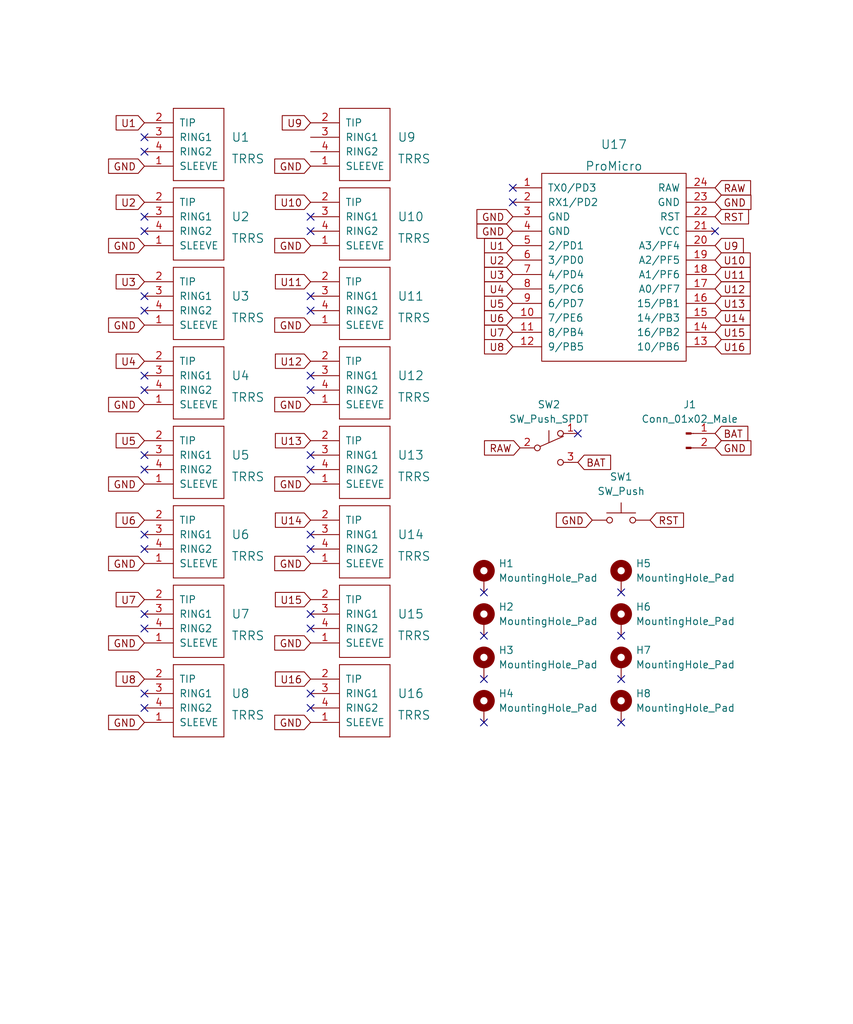
<source format=kicad_sch>
(kicad_sch (version 20211123) (generator eeschema)
  (paper "User" 150.012 180.01)
  (title_block (title "PedalPal") (date "2022-06-22") (rev "1.0") (company "BeiBob"))
  (lib_symbols
    (symbol "Connector:Conn_01x02_Male" (pin_names (offset 1.016) hide)
      (property "Reference" "J" (at 0 2.54 0))
      (property "Value" "Conn_01x02_Male" (at 0 -5.08 0))
      (symbol "Conn_01x02_Male_1_1"
        (polyline (pts (xy 1.27 -2.54) (xy 0.8636 -2.54)) (stroke (width 0.1524)))
        (polyline (pts (xy 1.27 0) (xy 0.8636 0)) (stroke (width 0.1524)))
        (rectangle (start 0.8636 -2.413) (end 0 -2.667) (stroke (width 0.1524)) (fill (type outline)))
        (rectangle (start 0.8636 0.127) (end 0 -0.127) (stroke (width 0.1524)) (fill (type outline)))
        (pin passive line (at 5.08 0 180) (length 3.81) (name "Pin_1") (number "1"))
        (pin passive line (at 5.08 -2.54 180) (length 3.81) (name "Pin_2") (number "2"))
      )
    )
    (symbol "Keebio:ProMicro" (pin_names (offset 1.016))
      (property "Reference" "U" (at 0 0 0))
      (property "Value" "ProMicro" (at 0 -19.05 0))
      (symbol "ProMicro_0_1"
        (rectangle (start -12.7 -16.51) (end 12.7 16.51))
      )
      (symbol "ProMicro_1_1"
        (pin input line (at -17.78 13.97 0) (length 5.08) (name "TX0/PD3") (number "1"))
        (pin input line (at -17.78 -8.89 0) (length 5.08) (name "7/PE6") (number "10"))
        (pin input line (at -17.78 -11.43 0) (length 5.08) (name "8/PB4") (number "11"))
        (pin input line (at -17.78 -13.97 0) (length 5.08) (name "9/PB5") (number "12"))
        (pin input line (at 17.78 -13.97 180) (length 5.08) (name "10/PB6") (number "13"))
        (pin input line (at 17.78 -11.43 180) (length 5.08) (name "16/PB2") (number "14"))
        (pin input line (at 17.78 -8.89 180) (length 5.08) (name "14/PB3") (number "15"))
        (pin input line (at 17.78 -6.35 180) (length 5.08) (name "15/PB1") (number "16"))
        (pin input line (at 17.78 -3.81 180) (length 5.08) (name "A0/PF7") (number "17"))
        (pin input line (at 17.78 -1.27 180) (length 5.08) (name "A1/PF6") (number "18"))
        (pin input line (at 17.78 1.27 180) (length 5.08) (name "A2/PF5") (number "19"))
        (pin input line (at -17.78 11.43 0) (length 5.08) (name "RX1/PD2") (number "2"))
        (pin input line (at 17.78 3.81 180) (length 5.08) (name "A3/PF4") (number "20"))
        (pin input line (at 17.78 6.35 180) (length 5.08) (name "VCC") (number "21"))
        (pin input line (at 17.78 8.89 180) (length 5.08) (name "RST") (number "22"))
        (pin input line (at 17.78 11.43 180) (length 5.08) (name "GND") (number "23"))
        (pin input line (at 17.78 13.97 180) (length 5.08) (name "RAW") (number "24"))
        (pin input line (at -17.78 8.89 0) (length 5.08) (name "GND") (number "3"))
        (pin input line (at -17.78 6.35 0) (length 5.08) (name "GND") (number "4"))
        (pin input line (at -17.78 3.81 0) (length 5.08) (name "2/PD1") (number "5"))
        (pin input line (at -17.78 1.27 0) (length 5.08) (name "3/PD0") (number "6"))
        (pin input line (at -17.78 -1.27 0) (length 5.08) (name "4/PD4") (number "7"))
        (pin input line (at -17.78 -3.81 0) (length 5.08) (name "5/PC6") (number "8"))
        (pin input line (at -17.78 -6.35 0) (length 5.08) (name "6/PD7") (number "9"))
      )
    )
    (symbol "Keebio:TRRS" (pin_names (offset 1.016))
      (property "Reference" "U" (at 0 15.24 0))
      (property "Value" "TRRS" (at 0 -2.54 0))
      (symbol "TRRS_0_1"
        (rectangle (start -3.81 0) (end -3.81 12.7))
        (rectangle (start -3.81 12.7) (end 5.08 12.7))
        (rectangle (start 5.08 0) (end -3.81 0))
        (rectangle (start 5.08 12.7) (end 5.08 0))
      )
      (symbol "TRRS_1_1"
        (pin input line (at -8.89 2.54 0) (length 5.08) (name "SLEEVE") (number "1"))
        (pin input line (at -8.89 10.16 0) (length 5.08) (name "TIP") (number "2"))
        (pin input line (at -8.89 7.62 0) (length 5.08) (name "RING1") (number "3"))
        (pin input line (at -8.89 5.08 0) (length 5.08) (name "RING2") (number "4"))
      )
    )
    (symbol "Mechanical:MountingHole_Pad" (pin_numbers hide) (pin_names (offset 1.016) hide)
      (property "Reference" "H" (at 0 6.35 0))
      (property "Value" "MountingHole_Pad" (at 0 4.445 0))
      (symbol "MountingHole_Pad_0_1"
        (circle (center 0 1.27) (radius 1.27) (stroke (width 1.27)))
      )
      (symbol "MountingHole_Pad_1_1"
        (pin input line (at 0 -2.54 90) (length 2.54) (name "1") (number "1"))
      )
    )
    (symbol "Switch:SW_Push" (pin_numbers hide) (pin_names (offset 1.016) hide)
      (property "Reference" "SW" (at 1.27 2.54 0))
      (property "Value" "SW_Push" (at 0 -1.524 0))
      (symbol "SW_Push_0_1"
        (circle (center -2.032 0) (radius 0.508))
        (polyline (pts (xy 0 1.27) (xy 0 3.048)))
        (polyline (pts (xy 2.54 1.27) (xy -2.54 1.27)))
        (circle (center 2.032 0) (radius 0.508))
        (pin passive line (at -5.08 0 0) (length 2.54) (name "1") (number "1"))
        (pin passive line (at 5.08 0 180) (length 2.54) (name "2") (number "2"))
      )
    )
    (symbol "Switch:SW_Push_SPDT" (pin_names (offset 0) hide)
      (property "Reference" "SW" (at 0 4.318 0))
      (property "Value" "SW_Push_SPDT" (at 0 -5.08 0))
      (symbol "SW_Push_SPDT_0_0"
        (circle (center -2.032 0) (radius 0.508))
        (polyline (pts (xy 0 1.016) (xy 0 3.048)))
        (circle (center 2.032 -2.54) (radius 0.508))
      )
      (symbol "SW_Push_SPDT_0_1"
        (polyline (pts (xy -1.524 0.254) (xy 2.54 2.032)))
        (circle (center 2.032 2.54) (radius 0.508))
      )
      (symbol "SW_Push_SPDT_1_1"
        (pin passive line (at 5.08 2.54 180) (length 2.54) (name "A") (number "1"))
        (pin passive line (at -5.08 0 0) (length 2.54) (name "B") (number "2"))
        (pin passive line (at 5.08 -2.54 180) (length 2.54) (name "C") (number "3"))
      )
    )
  )
  (no_connect (at 85.09 111.76))
  (no_connect (at 85.09 104.14))
  (no_connect (at 85.09 127))
  (no_connect (at 85.09 119.38))
  (no_connect (at 109.22 119.38))
  (no_connect (at 109.22 127))
  (no_connect (at 109.22 104.14))
  (no_connect (at 109.22 111.76))
  (no_connect (at 25.4 93.98))
  (no_connect (at 25.4 96.52))
  (no_connect (at 54.61 121.92))
  (no_connect (at 54.61 124.46))
  (no_connect (at 54.61 93.98))
  (no_connect (at 54.61 96.52))
  (no_connect (at 25.4 124.46))
  (no_connect (at 25.4 121.92))
  (no_connect (at 54.61 107.95))
  (no_connect (at 54.61 110.49))
  (no_connect (at 25.4 107.95))
  (no_connect (at 25.4 110.49))
  (no_connect (at 25.4 66.04))
  (no_connect (at 25.4 68.58))
  (no_connect (at 25.4 52.07))
  (no_connect (at 25.4 54.61))
  (no_connect (at 54.61 38.1))
  (no_connect (at 54.61 40.64))
  (no_connect (at 54.61 52.07))
  (no_connect (at 54.61 54.61))
  (no_connect (at 54.61 66.04))
  (no_connect (at 54.61 68.58))
  (no_connect (at 54.61 80.01))
  (no_connect (at 54.61 82.55))
  (no_connect (at 25.4 38.1))
  (no_connect (at 25.4 40.64))
  (no_connect (at 25.4 80.01))
  (no_connect (at 25.4 82.55))
  (no_connect (at 25.4 24.13))
  (no_connect (at 25.4 26.67))
  (no_connect (at 90.17 35.56))
  (no_connect (at 90.17 33.02))
  (no_connect (at 125.73 40.64))
  (no_connect (at 101.6 76.2))
  (global_label "U7" (shape input) (at 90.17 58.42 180) (property "Intersheet References" "${INTERSHEET_REFS}" (effects hide)))
  (global_label "GND" (shape input) (at 90.17 40.64 180) (property "Intersheet References" "${INTERSHEET_REFS}" (effects hide)))
  (global_label "U15" (shape input) (at 125.73 58.42 0) (property "Intersheet References" "${INTERSHEET_REFS}" (effects hide)))
  (global_label "U8" (shape input) (at 25.4 119.38 180) (property "Intersheet References" "${INTERSHEET_REFS}" (effects hide)))
  (global_label "GND" (shape input) (at 25.4 71.12 180) (property "Intersheet References" "${INTERSHEET_REFS}" (effects hide)))
  (global_label "GND" (shape input) (at 54.61 85.09 180) (property "Intersheet References" "${INTERSHEET_REFS}" (effects hide)))
  (global_label "U3" (shape input) (at 90.17 48.26 180) (property "Intersheet References" "${INTERSHEET_REFS}" (effects hide)))
  (global_label "GND" (shape input) (at 25.4 29.21 180) (property "Intersheet References" "${INTERSHEET_REFS}" (effects hide)))
  (global_label "U10" (shape input) (at 125.73 45.72 0) (property "Intersheet References" "${INTERSHEET_REFS}" (effects hide)))
  (global_label "GND" (shape input) (at 54.61 127 180) (property "Intersheet References" "${INTERSHEET_REFS}" (effects hide)))
  (global_label "U8" (shape input) (at 90.17 60.96 180) (property "Intersheet References" "${INTERSHEET_REFS}" (effects hide)))
  (global_label "U6" (shape input) (at 25.4 91.44 180) (property "Intersheet References" "${INTERSHEET_REFS}" (effects hide)))
  (global_label "U11" (shape input) (at 125.73 48.26 0) (property "Intersheet References" "${INTERSHEET_REFS}" (effects hide)))
  (global_label "GND" (shape input) (at 90.17 38.1 180) (property "Intersheet References" "${INTERSHEET_REFS}" (effects hide)))
  (global_label "GND" (shape input) (at 104.14 91.44 180) (property "Intersheet References" "${INTERSHEET_REFS}" (effects hide)))
  (global_label "U15" (shape input) (at 54.61 105.41 180) (property "Intersheet References" "${INTERSHEET_REFS}" (effects hide)))
  (global_label "U14" (shape input) (at 125.73 55.88 0) (property "Intersheet References" "${INTERSHEET_REFS}" (effects hide)))
  (global_label "U13" (shape input) (at 125.73 53.34 0) (property "Intersheet References" "${INTERSHEET_REFS}" (effects hide)))
  (global_label "GND" (shape input) (at 54.61 113.03 180) (property "Intersheet References" "${INTERSHEET_REFS}" (effects hide)))
  (global_label "U9" (shape input) (at 54.61 21.59 180) (property "Intersheet References" "${INTERSHEET_REFS}" (effects hide)))
  (global_label "U12" (shape input) (at 125.73 50.8 0) (property "Intersheet References" "${INTERSHEET_REFS}" (effects hide)))
  (global_label "RAW" (shape input) (at 91.44 78.74 180) (property "Intersheet References" "${INTERSHEET_REFS}" (effects hide)))
  (global_label "RST" (shape input) (at 114.3 91.44 0) (property "Intersheet References" "${INTERSHEET_REFS}" (effects hide)))
  (global_label "GND" (shape input) (at 54.61 57.15 180) (property "Intersheet References" "${INTERSHEET_REFS}" (effects hide)))
  (global_label "U2" (shape input) (at 25.4 35.56 180) (property "Intersheet References" "${INTERSHEET_REFS}" (effects hide)))
  (global_label "U5" (shape input) (at 90.17 53.34 180) (property "Intersheet References" "${INTERSHEET_REFS}" (effects hide)))
  (global_label "U9" (shape input) (at 125.73 43.18 0) (property "Intersheet References" "${INTERSHEET_REFS}" (effects hide)))
  (global_label "GND" (shape input) (at 54.61 29.21 180) (property "Intersheet References" "${INTERSHEET_REFS}" (effects hide)))
  (global_label "U4" (shape input) (at 25.4 63.5 180) (property "Intersheet References" "${INTERSHEET_REFS}" (effects hide)))
  (global_label "GND" (shape input) (at 25.4 57.15 180) (property "Intersheet References" "${INTERSHEET_REFS}" (effects hide)))
  (global_label "GND" (shape input) (at 54.61 99.06 180) (property "Intersheet References" "${INTERSHEET_REFS}" (effects hide)))
  (global_label "BAT" (shape input) (at 125.73 76.2 0) (property "Intersheet References" "${INTERSHEET_REFS}" (effects hide)))
  (global_label "GND" (shape input) (at 54.61 43.18 180) (property "Intersheet References" "${INTERSHEET_REFS}" (effects hide)))
  (global_label "BAT" (shape input) (at 101.6 81.28 0) (property "Intersheet References" "${INTERSHEET_REFS}" (effects hide)))
  (global_label "RST" (shape input) (at 125.73 38.1 0) (property "Intersheet References" "${INTERSHEET_REFS}" (effects hide)))
  (global_label "U10" (shape input) (at 54.61 35.56 180) (property "Intersheet References" "${INTERSHEET_REFS}" (effects hide)))
  (global_label "RAW" (shape input) (at 125.73 33.02 0) (property "Intersheet References" "${INTERSHEET_REFS}" (effects hide)))
  (global_label "U6" (shape input) (at 90.17 55.88 180) (property "Intersheet References" "${INTERSHEET_REFS}" (effects hide)))
  (global_label "U14" (shape input) (at 54.61 91.44 180) (property "Intersheet References" "${INTERSHEET_REFS}" (effects hide)))
  (global_label "GND" (shape input) (at 25.4 127 180) (property "Intersheet References" "${INTERSHEET_REFS}" (effects hide)))
  (global_label "U1" (shape input) (at 90.17 43.18 180) (property "Intersheet References" "${INTERSHEET_REFS}" (effects hide)))
  (global_label "U13" (shape input) (at 54.61 77.47 180) (property "Intersheet References" "${INTERSHEET_REFS}" (effects hide)))
  (global_label "U4" (shape input) (at 90.17 50.8 180) (property "Intersheet References" "${INTERSHEET_REFS}" (effects hide)))
  (global_label "U2" (shape input) (at 90.17 45.72 180) (property "Intersheet References" "${INTERSHEET_REFS}" (effects hide)))
  (global_label "U7" (shape input) (at 25.4 105.41 180) (property "Intersheet References" "${INTERSHEET_REFS}" (effects hide)))
  (global_label "GND" (shape input) (at 54.61 71.12 180) (property "Intersheet References" "${INTERSHEET_REFS}" (effects hide)))
  (global_label "U12" (shape input) (at 54.61 63.5 180) (property "Intersheet References" "${INTERSHEET_REFS}" (effects hide)))
  (global_label "U3" (shape input) (at 25.4 49.53 180) (property "Intersheet References" "${INTERSHEET_REFS}" (effects hide)))
  (global_label "U1" (shape input) (at 25.4 21.59 180) (property "Intersheet References" "${INTERSHEET_REFS}" (effects hide)))
  (global_label "GND" (shape input) (at 25.4 99.06 180) (property "Intersheet References" "${INTERSHEET_REFS}" (effects hide)))
  (global_label "GND" (shape input) (at 25.4 85.09 180) (property "Intersheet References" "${INTERSHEET_REFS}" (effects hide)))
  (global_label "U16" (shape input) (at 125.73 60.96 0) (property "Intersheet References" "${INTERSHEET_REFS}" (effects hide)))
  (global_label "U16" (shape input) (at 54.61 119.38 180) (property "Intersheet References" "${INTERSHEET_REFS}" (effects hide)))
  (global_label "GND" (shape input) (at 125.73 78.74 0) (property "Intersheet References" "${INTERSHEET_REFS}" (effects hide)))
  (global_label "U5" (shape input) (at 25.4 77.47 180) (property "Intersheet References" "${INTERSHEET_REFS}" (effects hide)))
  (global_label "U11" (shape input) (at 54.61 49.53 180) (property "Intersheet References" "${INTERSHEET_REFS}" (effects hide)))
  (global_label "GND" (shape input) (at 25.4 43.18 180) (property "Intersheet References" "${INTERSHEET_REFS}" (effects hide)))
  (global_label "GND" (shape input) (at 25.4 113.03 180) (property "Intersheet References" "${INTERSHEET_REFS}" (effects hide)))
  (global_label "GND" (shape input) (at 125.73 35.56 0) (property "Intersheet References" "${INTERSHEET_REFS}" (effects hide)))
  (symbol (lib_id "Mechanical:MountingHole_Pad") (at 109.22 109.22 0) (unit 1)
    (property "Reference" "H6" (at 111.76 106.6799 0) (effects (justify left)))
    (property "Value" "MountingHole_Pad" (at 111.76 109.2199 0) (effects (justify left)))
    (property "Footprint" "MountingHole:MountingHole_2.2mm_M2_DIN965_Pad" (effects hide))
  )
  (symbol (lib_id "Keebio:TRRS") (at 63.5 31.75 0) (unit 1)
    (property "Reference" "U9" (at 69.85 24.13 0) (effects (font (size 1.524 1.524)) (justify left)))
    (property "Value" "TRRS" (at 69.85 27.94 0) (effects (font (size 1.524 1.524)) (justify left)))
    (property "Footprint" "resetswitch:TRRS-PJ-320A" (effects hide))
  )
  (symbol (lib_id "Mechanical:MountingHole_Pad") (at 85.09 109.22 0) (unit 1)
    (property "Reference" "H2" (at 87.63 106.6799 0) (effects (justify left)))
    (property "Value" "MountingHole_Pad" (at 87.63 109.2199 0) (effects (justify left)))
    (property "Footprint" "MountingHole:MountingHole_2.2mm_M2_DIN965_Pad" (effects hide))
  )
  (symbol (lib_id "Switch:SW_Push_SPDT") (at 96.52 78.74 0) (unit 1)
    (property "Reference" "SW2" (at 96.52 71.12 0))
    (property "Value" "SW_Push_SPDT" (at 96.52 73.66 0))
    (property "Footprint" "Button_Switch_SMD:SW_SPDT_PCM12" (effects hide))
  )
  (symbol (lib_id "Mechanical:MountingHole_Pad") (at 109.22 101.6 0) (unit 1)
    (property "Reference" "H5" (at 111.76 99.0599 0) (effects (justify left)))
    (property "Value" "MountingHole_Pad" (at 111.76 101.5999 0) (effects (justify left)))
    (property "Footprint" "MountingHole:MountingHole_2.2mm_M2_DIN965_Pad" (effects hide))
  )
  (symbol (lib_id "Keebio:TRRS") (at 34.29 73.66 0) (unit 1)
    (property "Reference" "U4" (at 40.64 66.04 0) (effects (font (size 1.524 1.524)) (justify left)))
    (property "Value" "TRRS" (at 40.64 69.85 0) (effects (font (size 1.524 1.524)) (justify left)))
    (property "Footprint" "resetswitch:TRRS-PJ-320A" (effects hide))
  )
  (symbol (lib_id "Keebio:TRRS") (at 63.5 45.72 0) (unit 1)
    (property "Reference" "U10" (at 69.85 38.1 0) (effects (font (size 1.524 1.524)) (justify left)))
    (property "Value" "TRRS" (at 69.85 41.91 0) (effects (font (size 1.524 1.524)) (justify left)))
    (property "Footprint" "resetswitch:TRRS-PJ-320A" (effects hide))
  )
  (symbol (lib_id "Mechanical:MountingHole_Pad") (at 109.22 124.46 0) (unit 1)
    (property "Reference" "H8" (at 111.76 121.9199 0) (effects (justify left)))
    (property "Value" "MountingHole_Pad" (at 111.76 124.4599 0) (effects (justify left)))
    (property "Footprint" "MountingHole:MountingHole_2.2mm_M2_DIN965_Pad" (effects hide))
  )
  (symbol (lib_id "Keebio:TRRS") (at 63.5 129.54 0) (unit 1)
    (property "Reference" "U16" (at 69.85 121.92 0) (effects (font (size 1.524 1.524)) (justify left)))
    (property "Value" "TRRS" (at 69.85 125.73 0) (effects (font (size 1.524 1.524)) (justify left)))
    (property "Footprint" "resetswitch:TRRS-PJ-320A" (effects hide))
  )
  (symbol (lib_id "Keebio:TRRS") (at 63.5 101.6 0) (unit 1)
    (property "Reference" "U14" (at 69.85 93.98 0) (effects (font (size 1.524 1.524)) (justify left)))
    (property "Value" "TRRS" (at 69.85 97.79 0) (effects (font (size 1.524 1.524)) (justify left)))
    (property "Footprint" "resetswitch:TRRS-PJ-320A" (effects hide))
  )
  (symbol (lib_id "Mechanical:MountingHole_Pad") (at 85.09 101.6 0) (unit 1)
    (property "Reference" "H1" (at 87.63 99.0599 0) (effects (justify left)))
    (property "Value" "MountingHole_Pad" (at 87.63 101.5999 0) (effects (justify left)))
    (property "Footprint" "MountingHole:MountingHole_2.2mm_M2_DIN965_Pad" (effects hide))
  )
  (symbol (lib_id "Keebio:TRRS") (at 34.29 45.72 0) (unit 1)
    (property "Reference" "U2" (at 40.64 38.1 0) (effects (font (size 1.524 1.524)) (justify left)))
    (property "Value" "TRRS" (at 40.64 41.91 0) (effects (font (size 1.524 1.524)) (justify left)))
    (property "Footprint" "resetswitch:TRRS-PJ-320A" (effects hide))
  )
  (symbol (lib_id "Keebio:TRRS") (at 63.5 115.57 0) (unit 1)
    (property "Reference" "U15" (at 69.85 107.95 0) (effects (font (size 1.524 1.524)) (justify left)))
    (property "Value" "TRRS" (at 69.85 111.76 0) (effects (font (size 1.524 1.524)) (justify left)))
    (property "Footprint" "resetswitch:TRRS-PJ-320A" (effects hide))
  )
  (symbol (lib_id "Keebio:ProMicro") (at 107.95 46.99 0) (unit 1)
    (property "Reference" "U17" (at 107.95 25.4 0) (effects (font (size 1.524 1.524))))
    (property "Value" "ProMicro" (at 107.95 29.21 0) (effects (font (size 1.524 1.524))))
    (property "Footprint" "ProMicrooo:ProMicro-NoSilk" (effects hide))
  )
  (symbol (lib_id "Keebio:TRRS") (at 34.29 31.75 0) (unit 1)
    (property "Reference" "U1" (at 40.64 24.13 0) (effects (font (size 1.524 1.524)) (justify left)))
    (property "Value" "TRRS" (at 40.64 27.94 0) (effects (font (size 1.524 1.524)) (justify left)))
    (property "Footprint" "resetswitch:TRRS-PJ-320A" (effects hide))
  )
  (symbol (lib_id "Keebio:TRRS") (at 34.29 87.63 0) (unit 1)
    (property "Reference" "U5" (at 40.64 80.01 0) (effects (font (size 1.524 1.524)) (justify left)))
    (property "Value" "TRRS" (at 40.64 83.82 0) (effects (font (size 1.524 1.524)) (justify left)))
    (property "Footprint" "resetswitch:TRRS-PJ-320A" (effects hide))
  )
  (symbol (lib_id "Mechanical:MountingHole_Pad") (at 109.22 116.84 0) (unit 1)
    (property "Reference" "H7" (at 111.76 114.2999 0) (effects (justify left)))
    (property "Value" "MountingHole_Pad" (at 111.76 116.8399 0) (effects (justify left)))
    (property "Footprint" "MountingHole:MountingHole_2.2mm_M2_DIN965_Pad" (effects hide))
  )
  (symbol (lib_id "Keebio:TRRS") (at 34.29 129.54 0) (unit 1)
    (property "Reference" "U8" (at 40.64 121.92 0) (effects (font (size 1.524 1.524)) (justify left)))
    (property "Value" "TRRS" (at 40.64 125.73 0) (effects (font (size 1.524 1.524)) (justify left)))
    (property "Footprint" "resetswitch:TRRS-PJ-320A" (effects hide))
  )
  (symbol (lib_id "Keebio:TRRS") (at 63.5 87.63 0) (unit 1)
    (property "Reference" "U13" (at 69.85 80.01 0) (effects (font (size 1.524 1.524)) (justify left)))
    (property "Value" "TRRS" (at 69.85 83.82 0) (effects (font (size 1.524 1.524)) (justify left)))
    (property "Footprint" "resetswitch:TRRS-PJ-320A" (effects hide))
  )
  (symbol (lib_id "Keebio:TRRS") (at 63.5 73.66 0) (unit 1)
    (property "Reference" "U12" (at 69.85 66.04 0) (effects (font (size 1.524 1.524)) (justify left)))
    (property "Value" "TRRS" (at 69.85 69.85 0) (effects (font (size 1.524 1.524)) (justify left)))
    (property "Footprint" "resetswitch:TRRS-PJ-320A" (effects hide))
  )
  (symbol (lib_id "Switch:SW_Push") (at 109.22 91.44 0) (unit 1)
    (property "Reference" "SW1" (at 109.22 83.82 0))
    (property "Value" "SW_Push" (at 109.22 86.36 0))
    (property "Footprint" "resetswitch:ResetSW" (effects hide))
  )
  (symbol (lib_id "Connector:Conn_01x02_Male") (at 120.65 76.2 0) (unit 1)
    (property "Reference" "J1" (at 121.285 71.12 0))
    (property "Value" "Conn_01x02_Male" (at 121.285 73.66 0))
    (property "Footprint" "Connector_JST:JST_EH_B2B-EH-A_1x02_P2.50mm_Vertical" (effects hide))
  )
  (symbol (lib_id "Keebio:TRRS") (at 34.29 59.69 0) (unit 1)
    (property "Reference" "U3" (at 40.64 52.07 0) (effects (font (size 1.524 1.524)) (justify left)))
    (property "Value" "TRRS" (at 40.64 55.88 0) (effects (font (size 1.524 1.524)) (justify left)))
    (property "Footprint" "resetswitch:TRRS-PJ-320A" (effects hide))
  )
  (symbol (lib_id "Keebio:TRRS") (at 34.29 115.57 0) (unit 1)
    (property "Reference" "U7" (at 40.64 107.95 0) (effects (font (size 1.524 1.524)) (justify left)))
    (property "Value" "TRRS" (at 40.64 111.76 0) (effects (font (size 1.524 1.524)) (justify left)))
    (property "Footprint" "resetswitch:TRRS-PJ-320A" (effects hide))
  )
  (symbol (lib_id "Keebio:TRRS") (at 63.5 59.69 0) (unit 1)
    (property "Reference" "U11" (at 69.85 52.07 0) (effects (font (size 1.524 1.524)) (justify left)))
    (property "Value" "TRRS" (at 69.85 55.88 0) (effects (font (size 1.524 1.524)) (justify left)))
    (property "Footprint" "resetswitch:TRRS-PJ-320A" (effects hide))
  )
  (symbol (lib_id "Mechanical:MountingHole_Pad") (at 85.09 116.84 0) (unit 1)
    (property "Reference" "H3" (at 87.63 114.2999 0) (effects (justify left)))
    (property "Value" "MountingHole_Pad" (at 87.63 116.8399 0) (effects (justify left)))
    (property "Footprint" "MountingHole:MountingHole_2.2mm_M2_DIN965_Pad" (effects hide))
  )
  (symbol (lib_id "Mechanical:MountingHole_Pad") (at 85.09 124.46 0) (unit 1)
    (property "Reference" "H4" (at 87.63 121.9199 0) (effects (justify left)))
    (property "Value" "MountingHole_Pad" (at 87.63 124.4599 0) (effects (justify left)))
    (property "Footprint" "MountingHole:MountingHole_2.2mm_M2_DIN965_Pad" (effects hide))
  )
  (symbol (lib_id "Keebio:TRRS") (at 34.29 101.6 0) (unit 1)
    (property "Reference" "U6" (at 40.64 93.98 0) (effects (font (size 1.524 1.524)) (justify left)))
    (property "Value" "TRRS" (at 40.64 97.79 0) (effects (font (size 1.524 1.524)) (justify left)))
    (property "Footprint" "resetswitch:TRRS-PJ-320A" (effects hide))
  )
)
</source>
